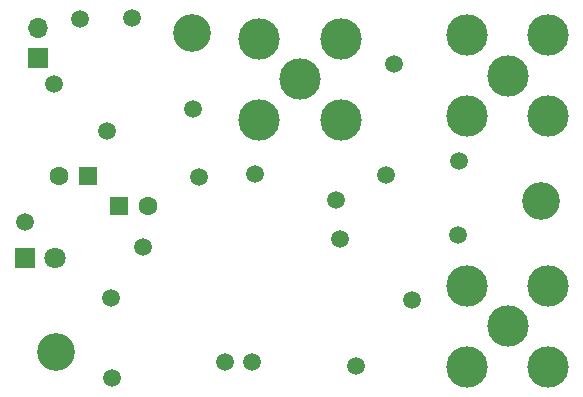
<source format=gbr>
%TF.GenerationSoftware,KiCad,Pcbnew,8.0.4-8.0.4-0~ubuntu22.04.1*%
%TF.CreationDate,2024-08-24T10:10:09-03:00*%
%TF.ProjectId,demodulador_sicom,64656d6f-6475-46c6-9164-6f725f736963,rev?*%
%TF.SameCoordinates,Original*%
%TF.FileFunction,Soldermask,Bot*%
%TF.FilePolarity,Negative*%
%FSLAX46Y46*%
G04 Gerber Fmt 4.6, Leading zero omitted, Abs format (unit mm)*
G04 Created by KiCad (PCBNEW 8.0.4-8.0.4-0~ubuntu22.04.1) date 2024-08-24 10:10:09*
%MOMM*%
%LPD*%
G01*
G04 APERTURE LIST*
%ADD10C,3.500000*%
%ADD11C,3.200000*%
%ADD12C,1.500000*%
%ADD13R,1.700000X1.700000*%
%ADD14O,1.700000X1.700000*%
%ADD15R,1.800000X1.800000*%
%ADD16C,1.800000*%
%ADD17R,1.600000X1.600000*%
%ADD18C,1.600000*%
G04 APERTURE END LIST*
D10*
%TO.C,J4*%
X162920000Y-96280000D03*
X166360000Y-92840000D03*
X166360000Y-99720000D03*
X159480000Y-92840000D03*
X159480000Y-99720000D03*
%TD*%
%TO.C,J3*%
X180500000Y-117200000D03*
X183940000Y-113760000D03*
X183940000Y-120640000D03*
X177060000Y-113760000D03*
X177060000Y-120640000D03*
%TD*%
%TO.C,J2*%
X180500000Y-96000000D03*
X183940000Y-92560000D03*
X183940000Y-99440000D03*
X177060000Y-92560000D03*
X177060000Y-99440000D03*
%TD*%
D11*
%TO.C,H3*%
X183350000Y-106600000D03*
%TD*%
D12*
%TO.C,H4*%
X156600000Y-120200000D03*
%TD*%
%TO.C,H5*%
X172400000Y-115000000D03*
%TD*%
%TO.C,H4*%
X170200000Y-104400000D03*
%TD*%
%TO.C,H4*%
X167700000Y-120600000D03*
%TD*%
%TO.C,H4*%
X148700000Y-91100000D03*
%TD*%
%TO.C,H4*%
X166300000Y-109800000D03*
%TD*%
%TO.C,H4*%
X149600000Y-110500000D03*
%TD*%
%TO.C,H4*%
X153900000Y-98800000D03*
%TD*%
%TO.C,H4*%
X166000000Y-106500000D03*
%TD*%
D11*
%TO.C,H2*%
X153800000Y-92350000D03*
%TD*%
D12*
%TO.C,H4*%
X146600000Y-100700000D03*
%TD*%
%TO.C,H4*%
X176300000Y-109500000D03*
%TD*%
%TO.C,H5*%
X158900000Y-120200000D03*
%TD*%
%TO.C,H4*%
X147000000Y-121600000D03*
%TD*%
%TO.C,H4*%
X154400000Y-104600000D03*
%TD*%
%TO.C,H4*%
X142100000Y-96700000D03*
%TD*%
%TO.C,H4*%
X176400000Y-103200000D03*
%TD*%
%TO.C,H5*%
X146900000Y-114800000D03*
%TD*%
%TO.C,H4*%
X144300000Y-91200000D03*
%TD*%
D11*
%TO.C,H1*%
X142300000Y-119400000D03*
%TD*%
D12*
%TO.C,H4*%
X170900000Y-95000000D03*
%TD*%
%TO.C,H4*%
X139600000Y-108400000D03*
%TD*%
%TO.C,H4*%
X159100000Y-104300000D03*
%TD*%
D13*
%TO.C,J1*%
X140700000Y-94500000D03*
D14*
X140700000Y-91960000D03*
%TD*%
D15*
%TO.C,D1*%
X139600000Y-111400000D03*
D16*
X142140000Y-111400000D03*
%TD*%
D17*
%TO.C,C13*%
X145000000Y-104500000D03*
D18*
X142500000Y-104500000D03*
%TD*%
D17*
%TO.C,C12*%
X147594888Y-107000000D03*
D18*
X150094888Y-107000000D03*
%TD*%
M02*

</source>
